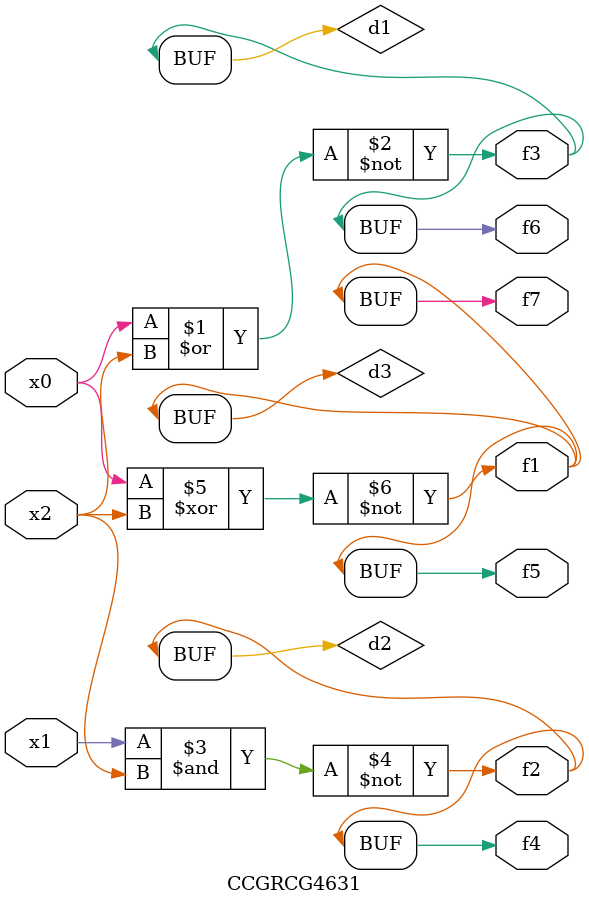
<source format=v>
module CCGRCG4631(
	input x0, x1, x2,
	output f1, f2, f3, f4, f5, f6, f7
);

	wire d1, d2, d3;

	nor (d1, x0, x2);
	nand (d2, x1, x2);
	xnor (d3, x0, x2);
	assign f1 = d3;
	assign f2 = d2;
	assign f3 = d1;
	assign f4 = d2;
	assign f5 = d3;
	assign f6 = d1;
	assign f7 = d3;
endmodule

</source>
